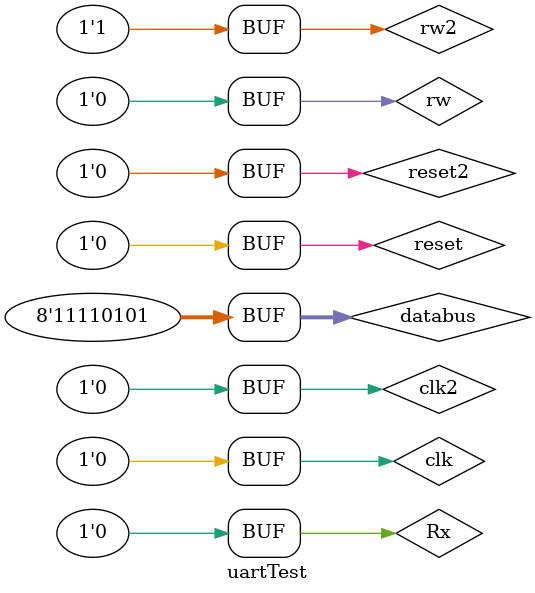
<source format=v>
module uartTest;
    // for instance 1 
    reg clk, reset, rw, Rx;
    reg [7:0] databus;
    wire Tx;
    wire [7:0] data_output;
    // for instance 2
    reg clk2, reset2, rw2, Rx2;
    reg [7:0] databus2;
    wire Tx2;
    wire [7:0] data_output2;
    // memory_design G(data_output, data_input, address, enable, read_write, clk);
    uart uart_tx(clk, reset, rw, databus, data_output, Rx, Tx);
    uart uart_rx(clk2, reset2, rw2, databus2, data_output2, Tx, Tx2);
    initial begin
        reset=1;
        reset2=1;
        Rx=0;
        #10 rw=0;
        #10 rw2=1;
        #20 databus=8'b11110101;
        #35 reset=0;
        #35 reset2=0; 
    end
    always begin
        #30 clk=1;
        #35 clk=0;
        #40 clk=1;
        #45 clk=0;
        #50 clk=1;
        #55 clk=0;
        #60 clk=1;
        #65 clk=0;
        #70 clk=1;
        #75 clk=0;
        #80 clk=1;
        #85 clk=0;
        #90 clk=1;
        #95 clk=0;
        #100 clk=1;
        #105 clk=0;
        #110 clk=1;
        #115 clk=0;
        #120 clk=1;
        #125 clk=0;
        #130 clk=1;
        #135 clk=0;
        #140 clk=1;
        #145 clk=0;
        #150 clk=1;
        #155 clk=0;
        #160 clk=1;
        #165 clk=0;
        #170 clk=1;
        #175 clk=0;
        #180 clk=1;
        #185 clk=0;
        #190 clk=1;
        #195 clk=0;
        #200 clk=1;
        #205 clk=0;
        #210 clk=1;
        #215 clk=0;
        #220 clk=1;
        #225 clk=0;
        #230 clk=1;
        #235 clk=0;
        #240 clk=1;
        #245 clk=0;
    end
    always begin
        #30 clk2=1;
        #35 clk2=0;
        #40 clk2=1;
        #45 clk2=0;
        #50 clk2=1;
        #55 clk2=0;
        #60 clk2=1;
        #65 clk2=0;
        #70 clk2=1;
        #75 clk2=0;
        #80 clk2=1;
        #85 clk2=0;
        #90 clk2=1;
        #95 clk2=0;
        #100 clk2=1;
        #105 clk2=0;
        #110 clk2=1;
        #115 clk2=0;
        #120 clk2=1;
        #125 clk2=0;
        #130 clk2=1;
        #135 clk2=0;
        #140 clk2=1;
        #145 clk2=0;
        #150 clk2=1;
        #155 clk2=0;
        #160 clk2=1;
        #165 clk2=0;
        #170 clk2=1;
        #175 clk2=0;
        #180 clk2=1;
        #185 clk2=0;
        #190 clk2=1;
        #195 clk2=0;
        #200 clk2=1;
        #205 clk2=0;
        #210 clk=1;
        #215 clk=0;
        #220 clk=1;
        #225 clk=0;
        #230 clk=1;
        #235 clk=0;
        #240 clk=1;
        #245 clk=0;
    end
endmodule
</source>
